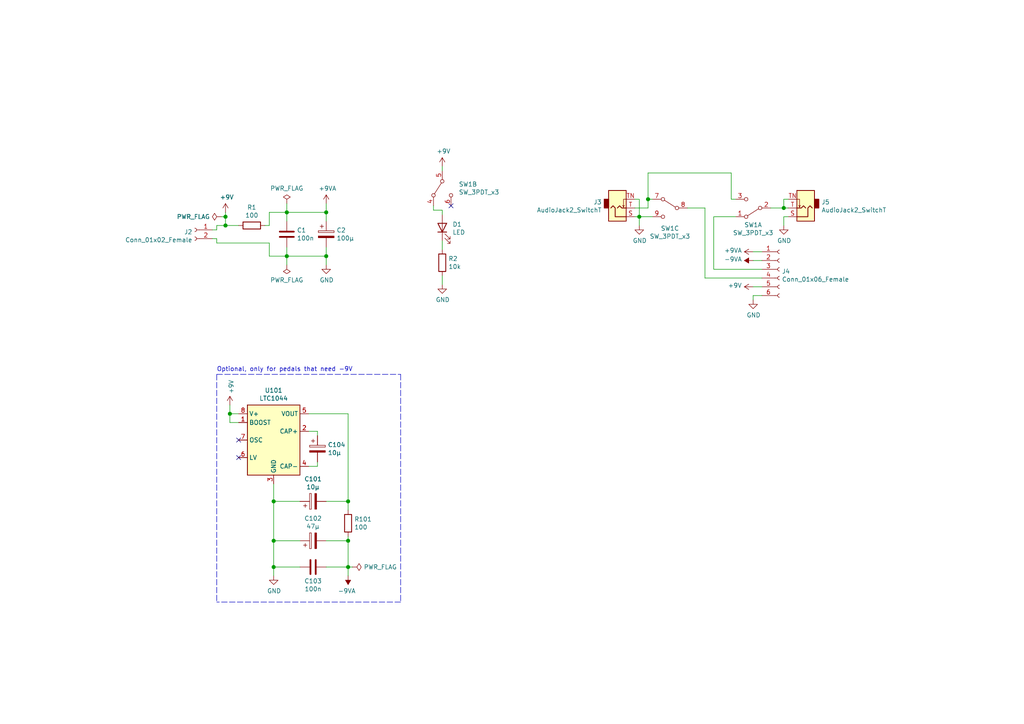
<source format=kicad_sch>
(kicad_sch (version 20211123) (generator eeschema)
  (paper "A4")
  (title_block (title "Switchboard") (date "2020-12-30") (rev "r03") (company "Nuclear Lighthouse Studios") (comment 1 "CC BY-NC-SA"))
  (lib_symbols
    (symbol "Connector:AudioJack2_SwitchT"
      (property "Reference" "J" (at 0 8.89 0))
      (property "Value" "AudioJack2_SwitchT" (at 0 6.35 0))
      (symbol "AudioJack2_SwitchT_0_1"
        (rectangle (start -2.54 0) (end -3.81 -2.54) (stroke (width 0.254)) (fill (type outline)))
        (polyline (pts (xy 1.778 -0.254) (xy 2.032 -0.762)))
        (polyline (pts (xy 0 0) (xy 0.635 -0.635) (xy 1.27 0) (xy 2.54 0)) (stroke (width 0.254)))
        (polyline (pts (xy 2.54 -2.54) (xy 1.778 -2.54) (xy 1.778 -0.254) (xy 1.524 -0.762)))
        (polyline (pts (xy 2.54 2.54) (xy -0.635 2.54) (xy -0.635 0) (xy -1.27 -0.635) (xy -1.905 0)) (stroke (width 0.254)))
        (rectangle (start 2.54 3.81) (end -2.54 -5.08) (stroke (width 0.254)) (fill (type background)))
      )
      (symbol "AudioJack2_SwitchT_1_1"
        (pin passive line (at 5.08 2.54 180) (length 2.54) (name "~") (number "S"))
        (pin passive line (at 5.08 0 180) (length 2.54) (name "~") (number "T"))
        (pin passive line (at 5.08 -2.54 180) (length 2.54) (name "~") (number "TN"))
      )
    )
    (symbol "Connector:Conn_01x02_Female" (pin_names (offset 1.016) hide)
      (property "Reference" "J" (at 0 2.54 0))
      (property "Value" "Conn_01x02_Female" (at 0 -5.08 0))
      (symbol "Conn_01x02_Female_1_1"
        (arc (start 0 -2.032) (mid -0.508 -2.54) (end 0 -3.048) (stroke (width 0.1524)))
        (polyline (pts (xy -1.27 -2.54) (xy -0.508 -2.54)) (stroke (width 0.1524)))
        (polyline (pts (xy -1.27 0) (xy -0.508 0)) (stroke (width 0.1524)))
        (arc (start 0 0.508) (mid -0.508 0) (end 0 -0.508) (stroke (width 0.1524)))
        (pin passive line (at -5.08 0 0) (length 3.81) (name "Pin_1") (number "1"))
        (pin passive line (at -5.08 -2.54 0) (length 3.81) (name "Pin_2") (number "2"))
      )
    )
    (symbol "Connector:Conn_01x06_Female" (pin_names (offset 1.016) hide)
      (property "Reference" "J" (at 0 7.62 0))
      (property "Value" "Conn_01x06_Female" (at 0 -10.16 0))
      (symbol "Conn_01x06_Female_1_1"
        (arc (start 0 -7.112) (mid -0.508 -7.62) (end 0 -8.128) (stroke (width 0.1524)))
        (arc (start 0 -4.572) (mid -0.508 -5.08) (end 0 -5.588) (stroke (width 0.1524)))
        (arc (start 0 -2.032) (mid -0.508 -2.54) (end 0 -3.048) (stroke (width 0.1524)))
        (polyline (pts (xy -1.27 -7.62) (xy -0.508 -7.62)) (stroke (width 0.1524)))
        (polyline (pts (xy -1.27 -5.08) (xy -0.508 -5.08)) (stroke (width 0.1524)))
        (polyline (pts (xy -1.27 -2.54) (xy -0.508 -2.54)) (stroke (width 0.1524)))
        (polyline (pts (xy -1.27 0) (xy -0.508 0)) (stroke (width 0.1524)))
        (polyline (pts (xy -1.27 2.54) (xy -0.508 2.54)) (stroke (width 0.1524)))
        (polyline (pts (xy -1.27 5.08) (xy -0.508 5.08)) (stroke (width 0.1524)))
        (arc (start 0 0.508) (mid -0.508 0) (end 0 -0.508) (stroke (width 0.1524)))
        (arc (start 0 3.048) (mid -0.508 2.54) (end 0 2.032) (stroke (width 0.1524)))
        (arc (start 0 5.588) (mid -0.508 5.08) (end 0 4.572) (stroke (width 0.1524)))
        (pin passive line (at -5.08 5.08 0) (length 3.81) (name "Pin_1") (number "1"))
        (pin passive line (at -5.08 2.54 0) (length 3.81) (name "Pin_2") (number "2"))
        (pin passive line (at -5.08 0 0) (length 3.81) (name "Pin_3") (number "3"))
        (pin passive line (at -5.08 -2.54 0) (length 3.81) (name "Pin_4") (number "4"))
        (pin passive line (at -5.08 -5.08 0) (length 3.81) (name "Pin_5") (number "5"))
        (pin passive line (at -5.08 -7.62 0) (length 3.81) (name "Pin_6") (number "6"))
      )
    )
    (symbol "Device:C" (pin_numbers hide) (pin_names (offset 0.254))
      (property "Reference" "C" (at 0.635 2.54 0))
      (property "Value" "C" (at 0.635 -2.54 0))
      (symbol "C_0_1"
        (polyline (pts (xy -2.032 -0.762) (xy 2.032 -0.762)) (stroke (width 0.508)))
        (polyline (pts (xy -2.032 0.762) (xy 2.032 0.762)) (stroke (width 0.508)))
      )
      (symbol "C_1_1"
        (pin passive line (at 0 3.81 270) (length 2.794) (name "~") (number "1"))
        (pin passive line (at 0 -3.81 90) (length 2.794) (name "~") (number "2"))
      )
    )
    (symbol "Device:C_Polarized" (pin_numbers hide) (pin_names (offset 0.254))
      (property "Reference" "C" (at 0.635 2.54 0))
      (property "Value" "C_Polarized" (at 0.635 -2.54 0))
      (symbol "C_Polarized_0_1"
        (rectangle (start -2.286 0.508) (end 2.286 1.016))
        (polyline (pts (xy -1.778 2.286) (xy -0.762 2.286)))
        (polyline (pts (xy -1.27 2.794) (xy -1.27 1.778)))
        (rectangle (start 2.286 -0.508) (end -2.286 -1.016) (fill (type outline)))
      )
      (symbol "C_Polarized_1_1"
        (pin passive line (at 0 3.81 270) (length 2.794) (name "~") (number "1"))
        (pin passive line (at 0 -3.81 90) (length 2.794) (name "~") (number "2"))
      )
    )
    (symbol "Device:LED" (pin_numbers hide) (pin_names (offset 1.016) hide)
      (property "Reference" "D" (at 0 2.54 0))
      (property "Value" "LED" (at 0 -2.54 0))
      (symbol "LED_0_1"
        (polyline (pts (xy -1.27 -1.27) (xy -1.27 1.27)) (stroke (width 0.254)))
        (polyline (pts (xy -1.27 0) (xy 1.27 0)))
        (polyline (pts (xy 1.27 -1.27) (xy 1.27 1.27) (xy -1.27 0) (xy 1.27 -1.27)) (stroke (width 0.254)))
        (polyline (pts (xy -3.048 -0.762) (xy -4.572 -2.286) (xy -3.81 -2.286) (xy -4.572 -2.286) (xy -4.572 -1.524)))
        (polyline (pts (xy -1.778 -0.762) (xy -3.302 -2.286) (xy -2.54 -2.286) (xy -3.302 -2.286) (xy -3.302 -1.524)))
      )
      (symbol "LED_1_1"
        (pin passive line (at -3.81 0 0) (length 2.54) (name "K") (number "1"))
        (pin passive line (at 3.81 0 180) (length 2.54) (name "A") (number "2"))
      )
    )
    (symbol "Device:R" (pin_numbers hide) (pin_names (offset 0))
      (property "Reference" "R" (at 2.032 0 90))
      (property "Value" "R" (at 0 0 90))
      (symbol "R_0_1"
        (rectangle (start -1.016 -2.54) (end 1.016 2.54) (stroke (width 0.254)))
      )
      (symbol "R_1_1"
        (pin passive line (at 0 3.81 270) (length 1.27) (name "~") (number "1"))
        (pin passive line (at 0 -3.81 90) (length 1.27) (name "~") (number "2"))
      )
    )
    (symbol "Regulator_SwitchedCapacitor:LTC1044"
      (property "Reference" "U" (at -6.35 11.43 0))
      (property "Value" "LTC1044" (at 3.81 11.43 0))
      (symbol "LTC1044_0_1"
        (rectangle (start -7.62 10.16) (end 7.62 -10.16) (stroke (width 0.254)) (fill (type background)))
      )
      (symbol "LTC1044_1_1"
        (pin input line (at -10.16 5.08 0) (length 2.54) (name "BOOST") (number "1"))
        (pin input line (at 10.16 2.54 180) (length 2.54) (name "CAP+") (number "2"))
        (pin power_in line (at 0 -12.7 90) (length 2.54) (name "GND") (number "3"))
        (pin input line (at 10.16 -7.62 180) (length 2.54) (name "CAP-") (number "4"))
        (pin power_out line (at 10.16 7.62 180) (length 2.54) (name "VOUT") (number "5"))
        (pin input line (at -10.16 -5.08 0) (length 2.54) (name "LV") (number "6"))
        (pin input line (at -10.16 0 0) (length 2.54) (name "OSC") (number "7"))
        (pin power_in line (at -10.16 7.62 0) (length 2.54) (name "V+") (number "8"))
      )
    )
    (symbol "power:+9V" (power) (pin_names (offset 0))
      (property "Value" "+9V" (at 0 3.556 0))
      (symbol "+9V_0_1"
        (polyline (pts (xy -0.762 1.27) (xy 0 2.54)))
        (polyline (pts (xy 0 0) (xy 0 2.54)))
        (polyline (pts (xy 0 2.54) (xy 0.762 1.27)))
      )
      (symbol "+9V_1_1"
        (pin power_in line (at 0 0 90) (length 0) hide (name "+9V") (number "1"))
      )
    )
    (symbol "power:+9VA" (power) (pin_names (offset 0))
      (property "Value" "+9VA" (at 0 3.81 0))
      (symbol "+9VA_0_1"
        (polyline (pts (xy -0.762 1.27) (xy 0 2.54)))
        (polyline (pts (xy 0 0) (xy 0 2.54)))
        (polyline (pts (xy 0 2.54) (xy 0.762 1.27)))
      )
      (symbol "+9VA_1_1"
        (pin power_in line (at 0 0 90) (length 0) hide (name "+9VA") (number "1"))
      )
    )
    (symbol "power:-9VA" (power) (pin_names (offset 0))
      (property "Value" "-9VA" (at 0 3.81 0))
      (symbol "-9VA_0_1"
        (polyline (pts (xy 0 0) (xy 0 2.54)))
        (polyline (pts (xy 0.762 1.27) (xy -0.762 1.27) (xy 0 2.54) (xy 0.762 1.27)) (fill (type outline)))
      )
      (symbol "-9VA_1_1"
        (pin power_in line (at 0 0 90) (length 0) hide (name "-9VA") (number "1"))
      )
    )
    (symbol "power:GND" (power) (pin_names (offset 0))
      (property "Value" "GND" (at 0 -3.81 0))
      (symbol "GND_0_1"
        (polyline (pts (xy 0 0) (xy 0 -1.27) (xy 1.27 -1.27) (xy 0 -2.54) (xy -1.27 -1.27) (xy 0 -1.27)))
      )
      (symbol "GND_1_1"
        (pin power_in line (at 0 0 270) (length 0) hide (name "GND") (number "1"))
      )
    )
    (symbol "power:PWR_FLAG" (power) (pin_numbers hide) (pin_names (offset 0) hide)
      (property "Value" "PWR_FLAG" (at 0 3.81 0))
      (symbol "PWR_FLAG_0_0"
        (pin power_out line (at 0 0 90) (length 0) (name "pwr") (number "1"))
      )
      (symbol "PWR_FLAG_0_1"
        (polyline (pts (xy 0 0) (xy 0 1.27) (xy -1.016 1.905) (xy 0 2.54) (xy 1.016 1.905) (xy 0 1.27)))
      )
    )
    (symbol "sw_3pdt_x3:SW_3PDT_x3" (pin_names (offset 0) hide)
      (property "Reference" "SW" (at 0 4.318 0))
      (property "Value" "SW_3PDT_x3" (at 0 -5.08 0))
      (symbol "SW_3PDT_x3_0_0"
        (circle (center -2.032 0) (radius 0.508))
        (circle (center 2.032 -2.54) (radius 0.508))
      )
      (symbol "SW_3PDT_x3_0_1"
        (polyline (pts (xy -1.524 0.254) (xy 1.651 2.286)))
        (circle (center 2.032 2.54) (radius 0.508))
      )
      (symbol "SW_3PDT_x3_1_1"
        (pin passive line (at 5.08 2.54 180) (length 2.54) (name "A") (number "1"))
        (pin passive line (at -5.08 0 0) (length 2.54) (name "B") (number "2"))
        (pin passive line (at 5.08 -2.54 180) (length 2.54) (name "C") (number "3"))
      )
      (symbol "SW_3PDT_x3_2_1"
        (pin passive line (at 5.08 2.54 180) (length 2.54) (name "A") (number "4"))
        (pin passive line (at -5.08 0 0) (length 2.54) (name "B") (number "5"))
        (pin passive line (at 5.08 -2.54 180) (length 2.54) (name "C") (number "6"))
      )
      (symbol "SW_3PDT_x3_3_1"
        (pin passive line (at 5.08 2.54 180) (length 2.54) (name "A") (number "7"))
        (pin passive line (at -5.08 0 0) (length 2.54) (name "B") (number "8"))
        (pin passive line (at 5.08 -2.54 180) (length 2.54) (name "C") (number "9"))
      )
    )
  )
  (junction (at 187.96 57.785) (diameter 1.016))
  (junction (at 79.375 156.845) (diameter 1.016))
  (junction (at 94.615 74.295) (diameter 1.016))
  (junction (at 83.185 61.595) (diameter 1.016))
  (junction (at 100.965 164.465) (diameter 1.016))
  (junction (at 79.375 145.415) (diameter 1.016))
  (junction (at 185.42 62.865) (diameter 1.016))
  (junction (at 100.965 156.845) (diameter 1.016))
  (junction (at 66.675 120.015) (diameter 1.016))
  (junction (at 100.965 145.415) (diameter 1.016))
  (junction (at 65.405 62.865) (diameter 1.016))
  (junction (at 227.33 60.325) (diameter 1.016))
  (junction (at 83.185 74.295) (diameter 1.016))
  (junction (at 94.615 61.595) (diameter 1.016))
  (junction (at 65.405 65.405) (diameter 1.016))
  (junction (at 79.375 164.465) (diameter 1.016))
  (no_connect (at 130.81 59.69))
  (no_connect (at 69.215 127.635))
  (no_connect (at 69.215 132.715))
  (wire (pts (xy 66.675 120.015) (xy 66.675 122.555)))
  (wire (pts (xy 100.965 145.415) (xy 94.615 145.415)))
  (wire (pts (xy 94.615 164.465) (xy 100.965 164.465)))
  (wire (pts (xy 207.01 78.105) (xy 220.98 78.105)))
  (wire (pts (xy 100.965 164.465) (xy 102.235 164.465)))
  (wire (pts (xy 65.405 61.595) (xy 65.405 62.865)))
  (wire (pts (xy 100.965 164.465) (xy 100.965 156.845)))
  (wire (pts (xy 184.15 62.865) (xy 185.42 62.865)))
  (wire (pts (xy 187.96 57.785) (xy 189.23 57.785)))
  (wire (pts (xy 220.98 83.185) (xy 218.44 83.185)))
  (wire (pts (xy 83.185 61.595) (xy 94.615 61.595)))
  (wire (pts (xy 185.42 62.865) (xy 189.23 62.865)))
  (wire (pts (xy 185.42 57.785) (xy 185.42 62.865)))
  (wire (pts (xy 227.33 60.325) (xy 227.33 57.785)))
  (wire (pts (xy 65.405 65.405) (xy 69.215 65.405)))
  (wire (pts (xy 187.96 60.325) (xy 187.96 57.785)))
  (wire (pts (xy 227.33 60.325) (xy 228.6 60.325)))
  (wire (pts (xy 184.15 60.325) (xy 187.96 60.325)))
  (wire (pts (xy 83.185 74.295) (xy 94.615 74.295)))
  (wire (pts (xy 78.105 70.485) (xy 78.105 74.295)))
  (wire (pts (xy 62.865 69.215) (xy 62.865 70.485)))
  (wire (pts (xy 220.98 73.025) (xy 218.44 73.025)))
  (wire (pts (xy 89.535 135.255) (xy 92.075 135.255)))
  (wire (pts (xy 227.33 57.785) (xy 228.6 57.785)))
  (wire (pts (xy 94.615 61.595) (xy 94.615 64.135)))
  (wire (pts (xy 125.73 59.69) (xy 125.73 60.96)))
  (wire (pts (xy 227.33 62.865) (xy 227.33 65.405)))
  (wire (pts (xy 64.135 62.865) (xy 65.405 62.865)))
  (wire (pts (xy 83.185 71.755) (xy 83.185 74.295)))
  (wire (pts (xy 100.965 145.415) (xy 100.965 147.955)))
  (wire (pts (xy 100.965 167.005) (xy 100.965 164.465)))
  (wire (pts (xy 94.615 61.595) (xy 94.615 59.055)))
  (wire (pts (xy 79.375 145.415) (xy 79.375 140.335)))
  (wire (pts (xy 213.36 62.865) (xy 207.01 62.865)))
  (wire (pts (xy 100.965 155.575) (xy 100.965 156.845)))
  (wire (pts (xy 184.15 57.785) (xy 185.42 57.785)))
  (wire (pts (xy 79.375 164.465) (xy 79.375 167.005)))
  (wire (pts (xy 89.535 125.095) (xy 92.075 125.095)))
  (wire (pts (xy 187.96 50.165) (xy 212.09 50.165)))
  (wire (pts (xy 199.39 60.325) (xy 204.47 60.325)))
  (wire (pts (xy 61.595 66.675) (xy 62.865 66.675)))
  (wire (pts (xy 204.47 80.645) (xy 220.98 80.645)))
  (wire (pts (xy 228.6 62.865) (xy 227.33 62.865)))
  (wire (pts (xy 79.375 145.415) (xy 79.375 156.845)))
  (wire (pts (xy 79.375 156.845) (xy 86.995 156.845)))
  (wire (pts (xy 78.105 61.595) (xy 78.105 65.405)))
  (wire (pts (xy 65.405 62.865) (xy 65.405 65.405)))
  (wire (pts (xy 204.47 60.325) (xy 204.47 80.645)))
  (wire (pts (xy 185.42 62.865) (xy 185.42 65.405)))
  (wire (pts (xy 69.215 120.015) (xy 66.675 120.015)))
  (wire (pts (xy 66.675 120.015) (xy 66.675 117.475)))
  (polyline (pts (xy 62.865 108.585) (xy 62.865 174.625)) (stroke (width 0) (type dash)))
  (polyline (pts (xy 62.865 108.585) (xy 116.205 108.585)) (stroke (width 0) (type dash)))
  (polyline (pts (xy 116.205 108.585) (xy 116.205 174.625)) (stroke (width 0) (type dash)))
  (polyline (pts (xy 116.205 174.625) (xy 62.865 174.625)) (stroke (width 0) (type dash)))
  (wire (pts (xy 79.375 164.465) (xy 86.995 164.465)))
  (wire (pts (xy 83.185 61.595) (xy 83.185 59.055)))
  (wire (pts (xy 76.835 65.405) (xy 78.105 65.405)))
  (wire (pts (xy 100.965 156.845) (xy 94.615 156.845)))
  (wire (pts (xy 62.865 70.485) (xy 78.105 70.485)))
  (wire (pts (xy 66.675 122.555) (xy 69.215 122.555)))
  (wire (pts (xy 61.595 69.215) (xy 62.865 69.215)))
  (wire (pts (xy 78.105 74.295) (xy 83.185 74.295)))
  (wire (pts (xy 94.615 74.295) (xy 94.615 76.835)))
  (wire (pts (xy 213.36 57.785) (xy 212.09 57.785)))
  (wire (pts (xy 218.44 86.995) (xy 218.44 85.725)))
  (wire (pts (xy 100.965 120.015) (xy 100.965 145.415)))
  (wire (pts (xy 83.185 76.835) (xy 83.185 74.295)))
  (wire (pts (xy 128.27 80.01) (xy 128.27 82.55)))
  (wire (pts (xy 92.075 125.095) (xy 92.075 126.365)))
  (wire (pts (xy 223.52 60.325) (xy 227.33 60.325)))
  (wire (pts (xy 89.535 120.015) (xy 100.965 120.015)))
  (wire (pts (xy 128.27 48.26) (xy 128.27 49.53)))
  (wire (pts (xy 207.01 62.865) (xy 207.01 78.105)))
  (wire (pts (xy 128.27 69.85) (xy 128.27 72.39)))
  (wire (pts (xy 212.09 50.165) (xy 212.09 57.785)))
  (wire (pts (xy 125.73 60.96) (xy 128.27 60.96)))
  (wire (pts (xy 218.44 85.725) (xy 220.98 85.725)))
  (wire (pts (xy 79.375 156.845) (xy 79.375 164.465)))
  (wire (pts (xy 78.105 61.595) (xy 83.185 61.595)))
  (wire (pts (xy 86.995 145.415) (xy 79.375 145.415)))
  (wire (pts (xy 83.185 64.135) (xy 83.185 61.595)))
  (wire (pts (xy 218.44 75.565) (xy 220.98 75.565)))
  (wire (pts (xy 94.615 74.295) (xy 94.615 71.755)))
  (wire (pts (xy 62.865 66.675) (xy 62.865 65.405)))
  (wire (pts (xy 187.96 50.165) (xy 187.96 57.785)))
  (wire (pts (xy 62.865 65.405) (xy 65.405 65.405)))
  (wire (pts (xy 92.075 135.255) (xy 92.075 133.985)))
  (wire (pts (xy 128.27 60.96) (xy 128.27 62.23)))
  (text "Optional, only for pedals that need -9V" (at 62.865 107.95 0) (effects (font (size 1.27 1.27)) (justify left bottom)))
  (symbol (lib_id "sw_3pdt_x3:SW_3PDT_x3") (at 194.31 60.325 0) (mirror y) (unit 3)
    (property "Reference" "SW1" (at 194.31 66.2432 0))
    (property "Value" "SW_3PDT_x3" (at 194.31 68.5546 0))
    (property "Footprint" "NLS:SW_3PDT_Footswitch" (effects hide))
  )
  (symbol (lib_id "Connector:AudioJack2_SwitchT") (at 179.07 60.325 0) (mirror x) (unit 1)
    (property "Reference" "J3" (at 174.5234 58.6232 0) (effects (justify right)))
    (property "Value" "AudioJack2_SwitchT" (at 174.5234 60.9346 0) (effects (justify right)))
    (property "Footprint" "NLS:MonoJack_6.35mm_Neutrik_NMJ4HCD2" (effects hide))
  )
  (symbol (lib_id "Connector:AudioJack2_SwitchT") (at 233.68 60.325 180) (unit 1)
    (property "Reference" "J5" (at 238.252 58.6232 0) (effects (justify right)))
    (property "Value" "AudioJack2_SwitchT" (at 238.252 60.9346 0) (effects (justify right)))
    (property "Footprint" "NLS:MonoJack_6.35mm_Neutrik_NMJ4HCD2" (effects hide))
  )
  (symbol (lib_id "sw_3pdt_x3:SW_3PDT_x3") (at 218.44 60.325 180) (unit 1)
    (property "Reference" "SW1" (at 218.44 65.2272 0))
    (property "Value" "SW_3PDT_x3" (at 218.44 67.5386 0))
    (property "Footprint" "NLS:SW_3PDT_Footswitch" (effects hide))
  )
  (symbol (lib_id "Device:LED") (at 128.27 66.04 90) (unit 1)
    (property "Reference" "D1" (at 131.2418 65.0748 90) (effects (justify right)))
    (property "Value" "LED" (at 131.2418 67.3862 90) (effects (justify right)))
    (property "Footprint" "LED_THT:LED_D5.0mm" (effects hide))
  )
  (symbol (lib_id "Device:R") (at 128.27 76.2 0) (unit 1)
    (property "Reference" "R2" (at 130.048 75.0316 0) (effects (justify left)))
    (property "Value" "10k" (at 130.048 77.343 0) (effects (justify left)))
    (property "Footprint" "Resistor_THT:R_Axial_DIN0207_L6.3mm_D2.5mm_P7.62mm_Horizontal" (effects hide))
  )
  (symbol (lib_id "sw_3pdt_x3:SW_3PDT_x3") (at 128.27 54.61 90) (mirror x) (unit 2)
    (property "Reference" "SW1" (at 133.0452 53.4416 90) (effects (justify right)))
    (property "Value" "SW_3PDT_x3" (at 133.0452 55.753 90) (effects (justify right)))
    (property "Footprint" "NLS:SW_3PDT_Footswitch" (effects hide))
  )
  (symbol (lib_id "power:GND") (at 185.42 65.405 0) (unit 1)
    (property "Reference" "#PWR04" (effects hide))
    (property "Value" "GND" (at 185.547 69.7992 0))
  )
  (symbol (lib_id "power:GND") (at 227.33 65.405 0) (unit 1)
    (property "Reference" "#PWR07" (effects hide))
    (property "Value" "GND" (at 227.457 69.7992 0))
  )
  (symbol (lib_id "power:+9V") (at 218.44 83.185 90) (unit 1)
    (property "Reference" "#PWR05" (effects hide))
    (property "Value" "+9V" (at 215.1888 82.804 90) (effects (justify left)))
  )
  (symbol (lib_id "power:GND") (at 218.44 86.995 0) (unit 1)
    (property "Reference" "#PWR06" (effects hide))
    (property "Value" "GND" (at 218.567 91.3892 0))
  )
  (symbol (lib_id "Device:C") (at 83.185 67.945 0) (unit 1)
    (property "Reference" "C1" (at 86.106 66.7766 0) (effects (justify left)))
    (property "Value" "100n" (at 86.106 69.088 0) (effects (justify left)))
    (property "Footprint" "Capacitor_THT:C_Disc_D3.0mm_W2.0mm_P2.50mm" (effects hide))
  )
  (symbol (lib_id "Device:C_Polarized") (at 94.615 67.945 0) (unit 1)
    (property "Reference" "C2" (at 97.6122 66.7766 0) (effects (justify left)))
    (property "Value" "100µ" (at 97.6122 69.088 0) (effects (justify left)))
    (property "Footprint" "Capacitor_THT:CP_Radial_D6.3mm_P2.50mm" (effects hide))
  )
  (symbol (lib_id "power:GND") (at 94.615 76.835 0) (unit 1)
    (property "Reference" "#PWR02" (effects hide))
    (property "Value" "GND" (at 94.742 81.2292 0))
  )
  (symbol (lib_id "power:PWR_FLAG") (at 83.185 59.055 0) (unit 1)
    (property "Reference" "#FLG01" (effects hide))
    (property "Value" "PWR_FLAG" (at 83.185 54.6354 0))
  )
  (symbol (lib_id "power:PWR_FLAG") (at 83.185 76.835 180) (unit 1)
    (property "Reference" "#FLG02" (effects hide))
    (property "Value" "PWR_FLAG" (at 83.185 81.2292 0))
  )
  (symbol (lib_id "Connector:Conn_01x02_Female") (at 56.515 66.675 0) (mirror y) (unit 1)
    (property "Reference" "J2" (at 55.8038 67.2846 0) (effects (justify left)))
    (property "Value" "Conn_01x02_Female" (at 55.8038 69.596 0) (effects (justify left)))
    (property "Footprint" "Connector_Wire:SolderWire-0.5sqmm_1x02_P4.8mm_D0.9mm_OD2.3mm" (effects hide))
  )
  (symbol (lib_id "Device:R") (at 73.025 65.405 270) (unit 1)
    (property "Reference" "R1" (at 73.025 60.1472 90))
    (property "Value" "100" (at 73.025 62.4586 90))
    (property "Footprint" "Resistor_THT:R_Axial_DIN0207_L6.3mm_D2.5mm_P2.54mm_Vertical" (effects hide))
  )
  (symbol (lib_id "power:+9VA") (at 94.615 59.055 0) (unit 1)
    (property "Reference" "#PWR0101" (effects hide))
    (property "Value" "+9VA" (at 94.996 54.6608 0))
  )
  (symbol (lib_id "power:+9VA") (at 218.44 73.025 90) (unit 1)
    (property "Reference" "#PWR0102" (effects hide))
    (property "Value" "+9VA" (at 215.2142 72.644 90) (effects (justify left)))
  )
  (symbol (lib_id "power:+9V") (at 65.405 61.595 0) (unit 1)
    (property "Reference" "#PWR0103" (effects hide))
    (property "Value" "+9V" (at 65.786 57.2008 0))
  )
  (symbol (lib_id "power:GND") (at 128.27 82.55 0) (unit 1)
    (property "Reference" "#PWR03" (effects hide))
    (property "Value" "GND" (at 128.397 86.9442 0))
  )
  (symbol (lib_id "power:+9V") (at 128.27 48.26 0) (unit 1)
    (property "Reference" "#PWR0104" (effects hide))
    (property "Value" "+9V" (at 128.651 43.8658 0))
  )
  (symbol (lib_id "Device:C_Polarized") (at 92.075 130.175 0) (unit 1)
    (property "Reference" "C104" (at 95.0722 129.0066 0) (effects (justify left)))
    (property "Value" "10µ" (at 95.0722 131.318 0) (effects (justify left)))
    (property "Footprint" "Capacitor_THT:CP_Radial_D5.0mm_P2.50mm" (effects hide))
  )
  (symbol (lib_id "Regulator_SwitchedCapacitor:LTC1044") (at 79.375 127.635 0) (unit 1)
    (property "Reference" "U101" (at 79.375 113.2332 0))
    (property "Value" "LTC1044" (at 79.375 115.5446 0))
    (property "Footprint" "Package_DIP:DIP-8_W7.62mm" (effects hide))
    (property "Datasheet" "https://www.analog.com/media/en/technical-documentation/data-sheets/lt1044.pdf" (effects hide))
  )
  (symbol (lib_id "power:+9V") (at 66.675 117.475 0) (unit 1)
    (property "Reference" "#PWR0105" (effects hide))
    (property "Value" "+9V" (at 67.056 114.2238 90) (effects (justify left)))
  )
  (symbol (lib_id "Device:C_Polarized") (at 90.805 145.415 90) (unit 1)
    (property "Reference" "C101" (at 90.805 138.938 90))
    (property "Value" "10µ" (at 90.805 141.2494 90))
    (property "Footprint" "Capacitor_THT:CP_Radial_D5.0mm_P2.50mm" (effects hide))
  )
  (symbol (lib_id "Device:C_Polarized") (at 90.805 156.845 90) (unit 1)
    (property "Reference" "C102" (at 90.805 150.368 90))
    (property "Value" "47µ" (at 90.805 152.6794 90))
    (property "Footprint" "Capacitor_THT:CP_Radial_D5.0mm_P2.50mm" (effects hide))
  )
  (symbol (lib_id "Device:C") (at 90.805 164.465 270) (unit 1)
    (property "Reference" "C103" (at 90.805 168.529 90))
    (property "Value" "100n" (at 90.805 170.8404 90))
    (property "Footprint" "Capacitor_THT:C_Disc_D3.0mm_W2.0mm_P2.50mm" (effects hide))
  )
  (symbol (lib_id "Device:R") (at 100.965 151.765 180) (unit 1)
    (property "Reference" "R101" (at 102.743 150.5966 0) (effects (justify right)))
    (property "Value" "100" (at 102.743 152.908 0) (effects (justify right)))
    (property "Footprint" "Resistor_THT:R_Axial_DIN0207_L6.3mm_D2.5mm_P2.54mm_Vertical" (effects hide))
  )
  (symbol (lib_id "power:GND") (at 79.375 167.005 0) (unit 1)
    (property "Reference" "#PWR0106" (effects hide))
    (property "Value" "GND" (at 79.502 171.3992 0))
  )
  (symbol (lib_id "power:-9VA") (at 100.965 167.005 180) (unit 1)
    (property "Reference" "#PWR0107" (effects hide))
    (property "Value" "-9VA" (at 100.584 171.3992 0))
  )
  (symbol (lib_id "Connector:Conn_01x06_Female") (at 226.06 78.105 0) (unit 1)
    (property "Reference" "J4" (at 226.7712 78.7146 0) (effects (justify left)))
    (property "Value" "Conn_01x06_Female" (at 226.7712 81.026 0) (effects (justify left)))
    (property "Footprint" "Connector_PinSocket_2.54mm:PinSocket_1x06_P2.54mm_Vertical" (effects hide))
  )
  (symbol (lib_id "power:-9VA") (at 218.44 75.565 90) (unit 1)
    (property "Reference" "#PWR0108" (effects hide))
    (property "Value" "-9VA" (at 215.2142 75.184 90) (effects (justify left)))
  )
  (symbol (lib_id "power:PWR_FLAG") (at 102.235 164.465 270) (unit 1)
    (property "Reference" "#FLG0101" (effects hide))
    (property "Value" "PWR_FLAG" (at 105.4862 164.465 90) (effects (justify left)))
  )
  (symbol (lib_id "power:PWR_FLAG") (at 64.135 62.865 90) (unit 1)
    (property "Reference" "#FLG0102" (effects hide))
    (property "Value" "PWR_FLAG" (at 60.9092 62.865 90) (effects (justify left)))
  )
)
</source>
